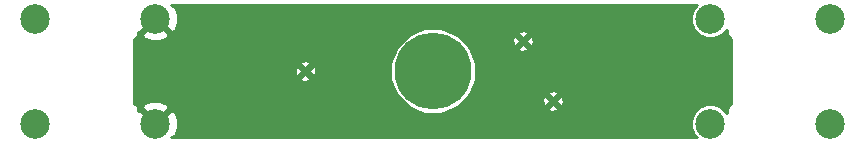
<source format=gbr>
G04 #@! TF.FileFunction,Copper,L2,Bot,Signal*
%FSLAX46Y46*%
G04 Gerber Fmt 4.6, Leading zero omitted, Abs format (unit mm)*
G04 Created by KiCad (PCBNEW 4.0.5+dfsg1-4) date Sun Jul 15 17:14:37 2018*
%MOMM*%
%LPD*%
G01*
G04 APERTURE LIST*
%ADD10C,0.100000*%
%ADD11C,6.500000*%
%ADD12C,0.508000*%
%ADD13C,2.500000*%
%ADD14C,0.254000*%
G04 APERTURE END LIST*
D10*
D11*
X139700000Y-101600000D03*
D12*
X149860000Y-104140000D03*
X128905000Y-101600000D03*
X147320000Y-99060000D03*
D13*
X106045000Y-97155000D03*
X106045000Y-106045000D03*
X116205000Y-106045000D03*
X116205000Y-97155000D03*
X163195000Y-97155000D03*
X163195000Y-106045000D03*
X173355000Y-97155000D03*
X173355000Y-106045000D03*
D14*
G36*
X161813112Y-96229907D02*
X161564284Y-96829151D01*
X161563718Y-97478003D01*
X161811499Y-98077680D01*
X162269907Y-98536888D01*
X162869151Y-98785716D01*
X163518003Y-98786282D01*
X164117680Y-98538501D01*
X164576187Y-98080793D01*
X164644000Y-98148606D01*
X164644000Y-98425000D01*
X164678711Y-98599504D01*
X164777559Y-98747441D01*
X164925496Y-98846289D01*
X164973000Y-98855738D01*
X164973000Y-104344262D01*
X164925496Y-104353711D01*
X164777559Y-104452559D01*
X164678711Y-104600496D01*
X164644000Y-104775000D01*
X164644000Y-105051394D01*
X164575790Y-105119604D01*
X164120093Y-104663112D01*
X163520849Y-104414284D01*
X162871997Y-104413718D01*
X162272320Y-104661499D01*
X161813112Y-105119907D01*
X161564284Y-105719151D01*
X161563718Y-106368003D01*
X161811499Y-106967680D01*
X162031435Y-107188000D01*
X117562594Y-107188000D01*
X117831123Y-107069467D01*
X118099388Y-106369194D01*
X118079250Y-105619565D01*
X117831123Y-105020533D01*
X117538320Y-104891285D01*
X116384605Y-106045000D01*
X116398748Y-106059143D01*
X116219143Y-106238748D01*
X116205000Y-106224605D01*
X116190858Y-106238748D01*
X116011253Y-106059143D01*
X116025395Y-106045000D01*
X114871680Y-104891285D01*
X114756000Y-104942348D01*
X114756000Y-104775000D01*
X114743405Y-104711680D01*
X115051285Y-104711680D01*
X116205000Y-105865395D01*
X117358715Y-104711680D01*
X117229467Y-104418877D01*
X116529194Y-104150612D01*
X115779565Y-104170750D01*
X115180533Y-104418877D01*
X115051285Y-104711680D01*
X114743405Y-104711680D01*
X114721289Y-104600496D01*
X114622441Y-104452559D01*
X114474504Y-104353711D01*
X114427000Y-104344262D01*
X114427000Y-102210800D01*
X128473805Y-102210800D01*
X128480223Y-102400722D01*
X128818980Y-102502326D01*
X129170833Y-102466559D01*
X129329777Y-102400722D01*
X129332535Y-102319082D01*
X136068372Y-102319082D01*
X136619994Y-103654109D01*
X137640519Y-104676417D01*
X138974581Y-105230368D01*
X140419082Y-105231628D01*
X141582774Y-104750800D01*
X149428805Y-104750800D01*
X149435223Y-104940722D01*
X149773980Y-105042326D01*
X150125833Y-105006559D01*
X150284777Y-104940722D01*
X150291195Y-104750800D01*
X149860000Y-104319605D01*
X149428805Y-104750800D01*
X141582774Y-104750800D01*
X141754109Y-104680006D01*
X142381228Y-104053980D01*
X148957674Y-104053980D01*
X148993441Y-104405833D01*
X149059278Y-104564777D01*
X149249200Y-104571195D01*
X149680395Y-104140000D01*
X150039605Y-104140000D01*
X150470800Y-104571195D01*
X150660722Y-104564777D01*
X150762326Y-104226020D01*
X150726559Y-103874167D01*
X150660722Y-103715223D01*
X150470800Y-103708805D01*
X150039605Y-104140000D01*
X149680395Y-104140000D01*
X149249200Y-103708805D01*
X149059278Y-103715223D01*
X148957674Y-104053980D01*
X142381228Y-104053980D01*
X142776417Y-103659481D01*
X142830514Y-103529200D01*
X149428805Y-103529200D01*
X149860000Y-103960395D01*
X150291195Y-103529200D01*
X150284777Y-103339278D01*
X149946020Y-103237674D01*
X149594167Y-103273441D01*
X149435223Y-103339278D01*
X149428805Y-103529200D01*
X142830514Y-103529200D01*
X143330368Y-102325419D01*
X143331628Y-100880918D01*
X142831618Y-99670800D01*
X146888805Y-99670800D01*
X146895223Y-99860722D01*
X147233980Y-99962326D01*
X147585833Y-99926559D01*
X147744777Y-99860722D01*
X147751195Y-99670800D01*
X147320000Y-99239605D01*
X146888805Y-99670800D01*
X142831618Y-99670800D01*
X142780006Y-99545891D01*
X142209093Y-98973980D01*
X146417674Y-98973980D01*
X146453441Y-99325833D01*
X146519278Y-99484777D01*
X146709200Y-99491195D01*
X147140395Y-99060000D01*
X147499605Y-99060000D01*
X147930800Y-99491195D01*
X148120722Y-99484777D01*
X148222326Y-99146020D01*
X148186559Y-98794167D01*
X148120722Y-98635223D01*
X147930800Y-98628805D01*
X147499605Y-99060000D01*
X147140395Y-99060000D01*
X146709200Y-98628805D01*
X146519278Y-98635223D01*
X146417674Y-98973980D01*
X142209093Y-98973980D01*
X141759481Y-98523583D01*
X141580347Y-98449200D01*
X146888805Y-98449200D01*
X147320000Y-98880395D01*
X147751195Y-98449200D01*
X147744777Y-98259278D01*
X147406020Y-98157674D01*
X147054167Y-98193441D01*
X146895223Y-98259278D01*
X146888805Y-98449200D01*
X141580347Y-98449200D01*
X140425419Y-97969632D01*
X138980918Y-97968372D01*
X137645891Y-98519994D01*
X136623583Y-99540519D01*
X136069632Y-100874581D01*
X136068372Y-102319082D01*
X129332535Y-102319082D01*
X129336195Y-102210800D01*
X128905000Y-101779605D01*
X128473805Y-102210800D01*
X114427000Y-102210800D01*
X114427000Y-101513980D01*
X128002674Y-101513980D01*
X128038441Y-101865833D01*
X128104278Y-102024777D01*
X128294200Y-102031195D01*
X128725395Y-101600000D01*
X129084605Y-101600000D01*
X129515800Y-102031195D01*
X129705722Y-102024777D01*
X129807326Y-101686020D01*
X129771559Y-101334167D01*
X129705722Y-101175223D01*
X129515800Y-101168805D01*
X129084605Y-101600000D01*
X128725395Y-101600000D01*
X128294200Y-101168805D01*
X128104278Y-101175223D01*
X128002674Y-101513980D01*
X114427000Y-101513980D01*
X114427000Y-100989200D01*
X128473805Y-100989200D01*
X128905000Y-101420395D01*
X129336195Y-100989200D01*
X129329777Y-100799278D01*
X128991020Y-100697674D01*
X128639167Y-100733441D01*
X128480223Y-100799278D01*
X128473805Y-100989200D01*
X114427000Y-100989200D01*
X114427000Y-98855738D01*
X114474504Y-98846289D01*
X114622441Y-98747441D01*
X114721289Y-98599504D01*
X114743404Y-98488320D01*
X115051285Y-98488320D01*
X115180533Y-98781123D01*
X115880806Y-99049388D01*
X116630435Y-99029250D01*
X117229467Y-98781123D01*
X117358715Y-98488320D01*
X116205000Y-97334605D01*
X115051285Y-98488320D01*
X114743404Y-98488320D01*
X114756000Y-98425000D01*
X114756000Y-98257652D01*
X114871680Y-98308715D01*
X116025395Y-97155000D01*
X116011253Y-97140858D01*
X116190858Y-96961253D01*
X116205000Y-96975395D01*
X116219143Y-96961253D01*
X116398748Y-97140858D01*
X116384605Y-97155000D01*
X117538320Y-98308715D01*
X117831123Y-98179467D01*
X118099388Y-97479194D01*
X118079250Y-96729565D01*
X117831123Y-96130533D01*
X117562594Y-96012000D01*
X162031399Y-96012000D01*
X161813112Y-96229907D01*
X161813112Y-96229907D01*
G37*
X161813112Y-96229907D02*
X161564284Y-96829151D01*
X161563718Y-97478003D01*
X161811499Y-98077680D01*
X162269907Y-98536888D01*
X162869151Y-98785716D01*
X163518003Y-98786282D01*
X164117680Y-98538501D01*
X164576187Y-98080793D01*
X164644000Y-98148606D01*
X164644000Y-98425000D01*
X164678711Y-98599504D01*
X164777559Y-98747441D01*
X164925496Y-98846289D01*
X164973000Y-98855738D01*
X164973000Y-104344262D01*
X164925496Y-104353711D01*
X164777559Y-104452559D01*
X164678711Y-104600496D01*
X164644000Y-104775000D01*
X164644000Y-105051394D01*
X164575790Y-105119604D01*
X164120093Y-104663112D01*
X163520849Y-104414284D01*
X162871997Y-104413718D01*
X162272320Y-104661499D01*
X161813112Y-105119907D01*
X161564284Y-105719151D01*
X161563718Y-106368003D01*
X161811499Y-106967680D01*
X162031435Y-107188000D01*
X117562594Y-107188000D01*
X117831123Y-107069467D01*
X118099388Y-106369194D01*
X118079250Y-105619565D01*
X117831123Y-105020533D01*
X117538320Y-104891285D01*
X116384605Y-106045000D01*
X116398748Y-106059143D01*
X116219143Y-106238748D01*
X116205000Y-106224605D01*
X116190858Y-106238748D01*
X116011253Y-106059143D01*
X116025395Y-106045000D01*
X114871680Y-104891285D01*
X114756000Y-104942348D01*
X114756000Y-104775000D01*
X114743405Y-104711680D01*
X115051285Y-104711680D01*
X116205000Y-105865395D01*
X117358715Y-104711680D01*
X117229467Y-104418877D01*
X116529194Y-104150612D01*
X115779565Y-104170750D01*
X115180533Y-104418877D01*
X115051285Y-104711680D01*
X114743405Y-104711680D01*
X114721289Y-104600496D01*
X114622441Y-104452559D01*
X114474504Y-104353711D01*
X114427000Y-104344262D01*
X114427000Y-102210800D01*
X128473805Y-102210800D01*
X128480223Y-102400722D01*
X128818980Y-102502326D01*
X129170833Y-102466559D01*
X129329777Y-102400722D01*
X129332535Y-102319082D01*
X136068372Y-102319082D01*
X136619994Y-103654109D01*
X137640519Y-104676417D01*
X138974581Y-105230368D01*
X140419082Y-105231628D01*
X141582774Y-104750800D01*
X149428805Y-104750800D01*
X149435223Y-104940722D01*
X149773980Y-105042326D01*
X150125833Y-105006559D01*
X150284777Y-104940722D01*
X150291195Y-104750800D01*
X149860000Y-104319605D01*
X149428805Y-104750800D01*
X141582774Y-104750800D01*
X141754109Y-104680006D01*
X142381228Y-104053980D01*
X148957674Y-104053980D01*
X148993441Y-104405833D01*
X149059278Y-104564777D01*
X149249200Y-104571195D01*
X149680395Y-104140000D01*
X150039605Y-104140000D01*
X150470800Y-104571195D01*
X150660722Y-104564777D01*
X150762326Y-104226020D01*
X150726559Y-103874167D01*
X150660722Y-103715223D01*
X150470800Y-103708805D01*
X150039605Y-104140000D01*
X149680395Y-104140000D01*
X149249200Y-103708805D01*
X149059278Y-103715223D01*
X148957674Y-104053980D01*
X142381228Y-104053980D01*
X142776417Y-103659481D01*
X142830514Y-103529200D01*
X149428805Y-103529200D01*
X149860000Y-103960395D01*
X150291195Y-103529200D01*
X150284777Y-103339278D01*
X149946020Y-103237674D01*
X149594167Y-103273441D01*
X149435223Y-103339278D01*
X149428805Y-103529200D01*
X142830514Y-103529200D01*
X143330368Y-102325419D01*
X143331628Y-100880918D01*
X142831618Y-99670800D01*
X146888805Y-99670800D01*
X146895223Y-99860722D01*
X147233980Y-99962326D01*
X147585833Y-99926559D01*
X147744777Y-99860722D01*
X147751195Y-99670800D01*
X147320000Y-99239605D01*
X146888805Y-99670800D01*
X142831618Y-99670800D01*
X142780006Y-99545891D01*
X142209093Y-98973980D01*
X146417674Y-98973980D01*
X146453441Y-99325833D01*
X146519278Y-99484777D01*
X146709200Y-99491195D01*
X147140395Y-99060000D01*
X147499605Y-99060000D01*
X147930800Y-99491195D01*
X148120722Y-99484777D01*
X148222326Y-99146020D01*
X148186559Y-98794167D01*
X148120722Y-98635223D01*
X147930800Y-98628805D01*
X147499605Y-99060000D01*
X147140395Y-99060000D01*
X146709200Y-98628805D01*
X146519278Y-98635223D01*
X146417674Y-98973980D01*
X142209093Y-98973980D01*
X141759481Y-98523583D01*
X141580347Y-98449200D01*
X146888805Y-98449200D01*
X147320000Y-98880395D01*
X147751195Y-98449200D01*
X147744777Y-98259278D01*
X147406020Y-98157674D01*
X147054167Y-98193441D01*
X146895223Y-98259278D01*
X146888805Y-98449200D01*
X141580347Y-98449200D01*
X140425419Y-97969632D01*
X138980918Y-97968372D01*
X137645891Y-98519994D01*
X136623583Y-99540519D01*
X136069632Y-100874581D01*
X136068372Y-102319082D01*
X129332535Y-102319082D01*
X129336195Y-102210800D01*
X128905000Y-101779605D01*
X128473805Y-102210800D01*
X114427000Y-102210800D01*
X114427000Y-101513980D01*
X128002674Y-101513980D01*
X128038441Y-101865833D01*
X128104278Y-102024777D01*
X128294200Y-102031195D01*
X128725395Y-101600000D01*
X129084605Y-101600000D01*
X129515800Y-102031195D01*
X129705722Y-102024777D01*
X129807326Y-101686020D01*
X129771559Y-101334167D01*
X129705722Y-101175223D01*
X129515800Y-101168805D01*
X129084605Y-101600000D01*
X128725395Y-101600000D01*
X128294200Y-101168805D01*
X128104278Y-101175223D01*
X128002674Y-101513980D01*
X114427000Y-101513980D01*
X114427000Y-100989200D01*
X128473805Y-100989200D01*
X128905000Y-101420395D01*
X129336195Y-100989200D01*
X129329777Y-100799278D01*
X128991020Y-100697674D01*
X128639167Y-100733441D01*
X128480223Y-100799278D01*
X128473805Y-100989200D01*
X114427000Y-100989200D01*
X114427000Y-98855738D01*
X114474504Y-98846289D01*
X114622441Y-98747441D01*
X114721289Y-98599504D01*
X114743404Y-98488320D01*
X115051285Y-98488320D01*
X115180533Y-98781123D01*
X115880806Y-99049388D01*
X116630435Y-99029250D01*
X117229467Y-98781123D01*
X117358715Y-98488320D01*
X116205000Y-97334605D01*
X115051285Y-98488320D01*
X114743404Y-98488320D01*
X114756000Y-98425000D01*
X114756000Y-98257652D01*
X114871680Y-98308715D01*
X116025395Y-97155000D01*
X116011253Y-97140858D01*
X116190858Y-96961253D01*
X116205000Y-96975395D01*
X116219143Y-96961253D01*
X116398748Y-97140858D01*
X116384605Y-97155000D01*
X117538320Y-98308715D01*
X117831123Y-98179467D01*
X118099388Y-97479194D01*
X118079250Y-96729565D01*
X117831123Y-96130533D01*
X117562594Y-96012000D01*
X162031399Y-96012000D01*
X161813112Y-96229907D01*
M02*

</source>
